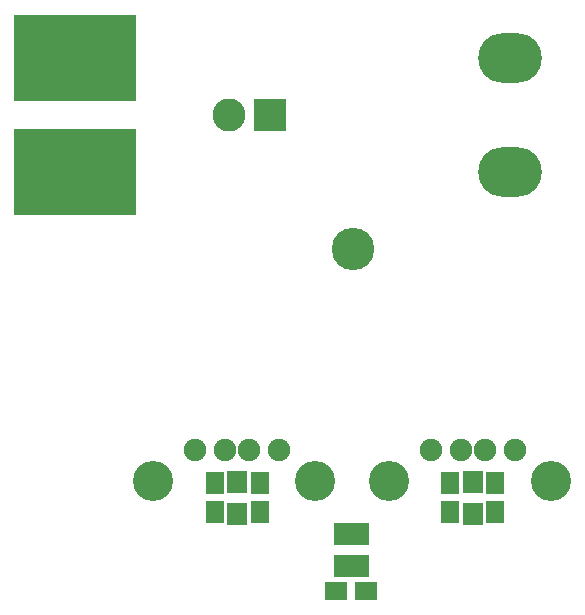
<source format=gbs>
G04 #@! TF.FileFunction,Soldermask,Bot*
%FSLAX46Y46*%
G04 Gerber Fmt 4.6, Leading zero omitted, Abs format (unit mm)*
G04 Created by KiCad (PCBNEW 4.0.6-e0-6349~53~ubuntu16.04.1) date Thu Apr 27 18:13:27 2017*
%MOMM*%
%LPD*%
G01*
G04 APERTURE LIST*
%ADD10C,0.100000*%
%ADD11R,10.400000X7.400000*%
%ADD12R,1.900000X1.650000*%
%ADD13R,1.650000X1.900000*%
%ADD14C,2.800000*%
%ADD15R,2.800000X2.800000*%
%ADD16C,1.900000*%
%ADD17C,3.400000*%
%ADD18O,5.400000X4.200000*%
%ADD19R,1.700000X1.900000*%
%ADD20R,1.050000X1.960000*%
%ADD21C,3.600000*%
G04 APERTURE END LIST*
D10*
D11*
X128130800Y-84683600D03*
X128130800Y-94335600D03*
D12*
X150241000Y-129794000D03*
X152741000Y-129794000D03*
D13*
X143764000Y-120670000D03*
X143764000Y-123170000D03*
X163703000Y-120670000D03*
X163703000Y-123170000D03*
X139954000Y-120670000D03*
X139954000Y-123170000D03*
X159893000Y-120670000D03*
X159893000Y-123170000D03*
D14*
X141127600Y-89509600D03*
D15*
X144627600Y-89509600D03*
D16*
X145413000Y-117856000D03*
X142873000Y-117856000D03*
X140843000Y-117856000D03*
X138303000Y-117856000D03*
D17*
X148463000Y-120526000D03*
X134743000Y-120526000D03*
D16*
X165352000Y-117856000D03*
X162812000Y-117856000D03*
X160782000Y-117856000D03*
X158242000Y-117856000D03*
D17*
X168402000Y-120526000D03*
X154682000Y-120526000D03*
D18*
X164973000Y-84709000D03*
X164973000Y-94352000D03*
D19*
X141859000Y-120570000D03*
X141859000Y-123270000D03*
X161798000Y-120570000D03*
X161798000Y-123270000D03*
D20*
X150561000Y-125015000D03*
X151511000Y-125015000D03*
X152461000Y-125015000D03*
X152461000Y-127715000D03*
X150561000Y-127715000D03*
X151511000Y-127715000D03*
D21*
X151638000Y-100838000D03*
M02*

</source>
